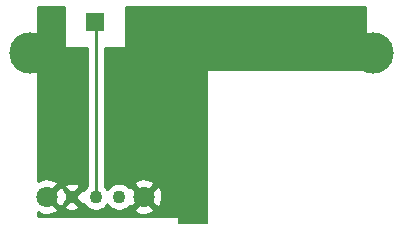
<source format=gtl>
G04 #@! TF.GenerationSoftware,KiCad,Pcbnew,(5.1.0)-1*
G04 #@! TF.CreationDate,2019-09-23T14:02:08-04:00*
G04 #@! TF.ProjectId,RGBMount,5247424d-6f75-46e7-942e-6b696361645f,rev?*
G04 #@! TF.SameCoordinates,Original*
G04 #@! TF.FileFunction,Copper,L1,Top*
G04 #@! TF.FilePolarity,Positive*
%FSLAX46Y46*%
G04 Gerber Fmt 4.6, Leading zero omitted, Abs format (unit mm)*
G04 Created by KiCad (PCBNEW (5.1.0)-1) date 2019-09-23 14:02:08*
%MOMM*%
%LPD*%
G04 APERTURE LIST*
%ADD10C,3.500000*%
%ADD11R,1.650000X1.650000*%
%ADD12C,1.100000*%
%ADD13C,1.800000*%
%ADD14C,0.800000*%
%ADD15C,0.250000*%
%ADD16C,0.025400*%
%ADD17C,0.254000*%
G04 APERTURE END LIST*
D10*
X100000000Y-98500000D03*
X129000000Y-98500000D03*
D11*
X105500000Y-95900000D03*
D12*
X103530000Y-110700000D03*
X105530000Y-110700000D03*
X107530000Y-110700000D03*
D13*
X109630000Y-110700000D03*
X101430000Y-110700000D03*
D14*
X119000000Y-96000000D03*
X122000000Y-96000000D03*
X125000000Y-96000000D03*
X102000000Y-101000000D03*
X102000000Y-103000000D03*
X102000000Y-105000000D03*
D15*
X105530000Y-110700000D02*
X105530000Y-96000000D01*
D16*
G36*
X128962301Y-99962300D02*
G01*
X115001847Y-99962300D01*
X115000000Y-99962118D01*
X114998153Y-99962300D01*
X114992610Y-99962846D01*
X114985503Y-99965002D01*
X114978954Y-99968502D01*
X114973213Y-99973213D01*
X114968502Y-99978954D01*
X114965002Y-99985503D01*
X114962846Y-99992610D01*
X114962118Y-100000000D01*
X114962301Y-100001858D01*
X114962300Y-112962300D01*
X112512700Y-112962300D01*
X112512700Y-97512700D01*
X128962301Y-97512700D01*
X128962301Y-99962300D01*
X128962301Y-99962300D01*
G37*
X128962301Y-99962300D02*
X115001847Y-99962300D01*
X115000000Y-99962118D01*
X114998153Y-99962300D01*
X114992610Y-99962846D01*
X114985503Y-99965002D01*
X114978954Y-99968502D01*
X114973213Y-99973213D01*
X114968502Y-99978954D01*
X114965002Y-99985503D01*
X114962846Y-99992610D01*
X114962118Y-100000000D01*
X114962301Y-100001858D01*
X114962300Y-112962300D01*
X112512700Y-112962300D01*
X112512700Y-97512700D01*
X128962301Y-97512700D01*
X128962301Y-99962300D01*
D17*
G36*
X102873000Y-98000000D02*
G01*
X102875440Y-98024776D01*
X102882667Y-98048601D01*
X102894403Y-98070557D01*
X102910197Y-98089803D01*
X102929443Y-98105597D01*
X102951399Y-98117333D01*
X102975224Y-98124560D01*
X103000000Y-98127000D01*
X104770001Y-98127000D01*
X104770000Y-109784156D01*
X104609550Y-109944606D01*
X104508013Y-110096567D01*
X104343979Y-110065626D01*
X103709605Y-110700000D01*
X104343979Y-111334374D01*
X104508013Y-111303433D01*
X104609550Y-111455394D01*
X104774606Y-111620450D01*
X104968692Y-111750134D01*
X105184348Y-111839461D01*
X105413288Y-111885000D01*
X105646712Y-111885000D01*
X105875652Y-111839461D01*
X106091308Y-111750134D01*
X106285394Y-111620450D01*
X106450450Y-111455394D01*
X106530000Y-111336339D01*
X106609550Y-111455394D01*
X106774606Y-111620450D01*
X106968692Y-111750134D01*
X107184348Y-111839461D01*
X107413288Y-111885000D01*
X107646712Y-111885000D01*
X107875652Y-111839461D01*
X108057639Y-111764080D01*
X108745525Y-111764080D01*
X108829208Y-112018261D01*
X109101775Y-112149158D01*
X109394642Y-112224365D01*
X109696553Y-112240991D01*
X109995907Y-112198397D01*
X110281199Y-112098222D01*
X110430792Y-112018261D01*
X110514475Y-111764080D01*
X109630000Y-110879605D01*
X108745525Y-111764080D01*
X108057639Y-111764080D01*
X108091308Y-111750134D01*
X108285394Y-111620450D01*
X108381940Y-111523904D01*
X108565920Y-111584475D01*
X109450395Y-110700000D01*
X109809605Y-110700000D01*
X110694080Y-111584475D01*
X110948261Y-111500792D01*
X111079158Y-111228225D01*
X111154365Y-110935358D01*
X111170991Y-110633447D01*
X111128397Y-110334093D01*
X111028222Y-110048801D01*
X110948261Y-109899208D01*
X110694080Y-109815525D01*
X109809605Y-110700000D01*
X109450395Y-110700000D01*
X108565920Y-109815525D01*
X108381940Y-109876096D01*
X108285394Y-109779550D01*
X108091308Y-109649866D01*
X108057640Y-109635920D01*
X108745525Y-109635920D01*
X109630000Y-110520395D01*
X110514475Y-109635920D01*
X110430792Y-109381739D01*
X110158225Y-109250842D01*
X109865358Y-109175635D01*
X109563447Y-109159009D01*
X109264093Y-109201603D01*
X108978801Y-109301778D01*
X108829208Y-109381739D01*
X108745525Y-109635920D01*
X108057640Y-109635920D01*
X107875652Y-109560539D01*
X107646712Y-109515000D01*
X107413288Y-109515000D01*
X107184348Y-109560539D01*
X106968692Y-109649866D01*
X106774606Y-109779550D01*
X106609550Y-109944606D01*
X106530000Y-110063661D01*
X106450450Y-109944606D01*
X106290000Y-109784156D01*
X106290000Y-98127000D01*
X108000000Y-98127000D01*
X108024776Y-98124560D01*
X108048601Y-98117333D01*
X108070557Y-98105597D01*
X108089803Y-98089803D01*
X108105597Y-98070557D01*
X108117333Y-98048601D01*
X108124560Y-98024776D01*
X108127000Y-98000000D01*
X108127000Y-94660000D01*
X128340000Y-94660000D01*
X128340001Y-99340000D01*
X115032419Y-99340000D01*
X115000000Y-99336807D01*
X114967581Y-99340000D01*
X114870617Y-99349550D01*
X114746207Y-99387290D01*
X114631550Y-99448575D01*
X114531052Y-99531052D01*
X114448575Y-99631550D01*
X114387290Y-99746207D01*
X114349550Y-99870617D01*
X114336807Y-100000000D01*
X114340001Y-100032429D01*
X114340000Y-112340000D01*
X100660000Y-112340000D01*
X100660000Y-112033048D01*
X100901775Y-112149158D01*
X101194642Y-112224365D01*
X101496553Y-112240991D01*
X101795907Y-112198397D01*
X102081199Y-112098222D01*
X102230792Y-112018261D01*
X102314475Y-111764080D01*
X101430000Y-110879605D01*
X101415858Y-110893748D01*
X101236253Y-110714143D01*
X101250395Y-110700000D01*
X101609605Y-110700000D01*
X102494080Y-111584475D01*
X102708206Y-111513979D01*
X102895626Y-111513979D01*
X102936841Y-111732478D01*
X103149665Y-111828359D01*
X103377105Y-111880878D01*
X103610421Y-111888016D01*
X103840646Y-111849500D01*
X104058934Y-111766808D01*
X104123159Y-111732478D01*
X104164374Y-111513979D01*
X103530000Y-110879605D01*
X102895626Y-111513979D01*
X102708206Y-111513979D01*
X102748261Y-111500792D01*
X102879158Y-111228225D01*
X102898849Y-111151546D01*
X103350395Y-110700000D01*
X102898044Y-110247649D01*
X102828222Y-110048801D01*
X102748261Y-109899208D01*
X102708207Y-109886021D01*
X102895626Y-109886021D01*
X103530000Y-110520395D01*
X104164374Y-109886021D01*
X104123159Y-109667522D01*
X103910335Y-109571641D01*
X103682895Y-109519122D01*
X103449579Y-109511984D01*
X103219354Y-109550500D01*
X103001066Y-109633192D01*
X102936841Y-109667522D01*
X102895626Y-109886021D01*
X102708207Y-109886021D01*
X102494080Y-109815525D01*
X101609605Y-110700000D01*
X101250395Y-110700000D01*
X101236253Y-110685858D01*
X101415858Y-110506253D01*
X101430000Y-110520395D01*
X102314475Y-109635920D01*
X102230792Y-109381739D01*
X101958225Y-109250842D01*
X101665358Y-109175635D01*
X101363447Y-109159009D01*
X101064093Y-109201603D01*
X100778801Y-109301778D01*
X100660000Y-109365280D01*
X100660000Y-94660000D01*
X102873000Y-94660000D01*
X102873000Y-98000000D01*
X102873000Y-98000000D01*
G37*
X102873000Y-98000000D02*
X102875440Y-98024776D01*
X102882667Y-98048601D01*
X102894403Y-98070557D01*
X102910197Y-98089803D01*
X102929443Y-98105597D01*
X102951399Y-98117333D01*
X102975224Y-98124560D01*
X103000000Y-98127000D01*
X104770001Y-98127000D01*
X104770000Y-109784156D01*
X104609550Y-109944606D01*
X104508013Y-110096567D01*
X104343979Y-110065626D01*
X103709605Y-110700000D01*
X104343979Y-111334374D01*
X104508013Y-111303433D01*
X104609550Y-111455394D01*
X104774606Y-111620450D01*
X104968692Y-111750134D01*
X105184348Y-111839461D01*
X105413288Y-111885000D01*
X105646712Y-111885000D01*
X105875652Y-111839461D01*
X106091308Y-111750134D01*
X106285394Y-111620450D01*
X106450450Y-111455394D01*
X106530000Y-111336339D01*
X106609550Y-111455394D01*
X106774606Y-111620450D01*
X106968692Y-111750134D01*
X107184348Y-111839461D01*
X107413288Y-111885000D01*
X107646712Y-111885000D01*
X107875652Y-111839461D01*
X108057639Y-111764080D01*
X108745525Y-111764080D01*
X108829208Y-112018261D01*
X109101775Y-112149158D01*
X109394642Y-112224365D01*
X109696553Y-112240991D01*
X109995907Y-112198397D01*
X110281199Y-112098222D01*
X110430792Y-112018261D01*
X110514475Y-111764080D01*
X109630000Y-110879605D01*
X108745525Y-111764080D01*
X108057639Y-111764080D01*
X108091308Y-111750134D01*
X108285394Y-111620450D01*
X108381940Y-111523904D01*
X108565920Y-111584475D01*
X109450395Y-110700000D01*
X109809605Y-110700000D01*
X110694080Y-111584475D01*
X110948261Y-111500792D01*
X111079158Y-111228225D01*
X111154365Y-110935358D01*
X111170991Y-110633447D01*
X111128397Y-110334093D01*
X111028222Y-110048801D01*
X110948261Y-109899208D01*
X110694080Y-109815525D01*
X109809605Y-110700000D01*
X109450395Y-110700000D01*
X108565920Y-109815525D01*
X108381940Y-109876096D01*
X108285394Y-109779550D01*
X108091308Y-109649866D01*
X108057640Y-109635920D01*
X108745525Y-109635920D01*
X109630000Y-110520395D01*
X110514475Y-109635920D01*
X110430792Y-109381739D01*
X110158225Y-109250842D01*
X109865358Y-109175635D01*
X109563447Y-109159009D01*
X109264093Y-109201603D01*
X108978801Y-109301778D01*
X108829208Y-109381739D01*
X108745525Y-109635920D01*
X108057640Y-109635920D01*
X107875652Y-109560539D01*
X107646712Y-109515000D01*
X107413288Y-109515000D01*
X107184348Y-109560539D01*
X106968692Y-109649866D01*
X106774606Y-109779550D01*
X106609550Y-109944606D01*
X106530000Y-110063661D01*
X106450450Y-109944606D01*
X106290000Y-109784156D01*
X106290000Y-98127000D01*
X108000000Y-98127000D01*
X108024776Y-98124560D01*
X108048601Y-98117333D01*
X108070557Y-98105597D01*
X108089803Y-98089803D01*
X108105597Y-98070557D01*
X108117333Y-98048601D01*
X108124560Y-98024776D01*
X108127000Y-98000000D01*
X108127000Y-94660000D01*
X128340000Y-94660000D01*
X128340001Y-99340000D01*
X115032419Y-99340000D01*
X115000000Y-99336807D01*
X114967581Y-99340000D01*
X114870617Y-99349550D01*
X114746207Y-99387290D01*
X114631550Y-99448575D01*
X114531052Y-99531052D01*
X114448575Y-99631550D01*
X114387290Y-99746207D01*
X114349550Y-99870617D01*
X114336807Y-100000000D01*
X114340001Y-100032429D01*
X114340000Y-112340000D01*
X100660000Y-112340000D01*
X100660000Y-112033048D01*
X100901775Y-112149158D01*
X101194642Y-112224365D01*
X101496553Y-112240991D01*
X101795907Y-112198397D01*
X102081199Y-112098222D01*
X102230792Y-112018261D01*
X102314475Y-111764080D01*
X101430000Y-110879605D01*
X101415858Y-110893748D01*
X101236253Y-110714143D01*
X101250395Y-110700000D01*
X101609605Y-110700000D01*
X102494080Y-111584475D01*
X102708206Y-111513979D01*
X102895626Y-111513979D01*
X102936841Y-111732478D01*
X103149665Y-111828359D01*
X103377105Y-111880878D01*
X103610421Y-111888016D01*
X103840646Y-111849500D01*
X104058934Y-111766808D01*
X104123159Y-111732478D01*
X104164374Y-111513979D01*
X103530000Y-110879605D01*
X102895626Y-111513979D01*
X102708206Y-111513979D01*
X102748261Y-111500792D01*
X102879158Y-111228225D01*
X102898849Y-111151546D01*
X103350395Y-110700000D01*
X102898044Y-110247649D01*
X102828222Y-110048801D01*
X102748261Y-109899208D01*
X102708207Y-109886021D01*
X102895626Y-109886021D01*
X103530000Y-110520395D01*
X104164374Y-109886021D01*
X104123159Y-109667522D01*
X103910335Y-109571641D01*
X103682895Y-109519122D01*
X103449579Y-109511984D01*
X103219354Y-109550500D01*
X103001066Y-109633192D01*
X102936841Y-109667522D01*
X102895626Y-109886021D01*
X102708207Y-109886021D01*
X102494080Y-109815525D01*
X101609605Y-110700000D01*
X101250395Y-110700000D01*
X101236253Y-110685858D01*
X101415858Y-110506253D01*
X101430000Y-110520395D01*
X102314475Y-109635920D01*
X102230792Y-109381739D01*
X101958225Y-109250842D01*
X101665358Y-109175635D01*
X101363447Y-109159009D01*
X101064093Y-109201603D01*
X100778801Y-109301778D01*
X100660000Y-109365280D01*
X100660000Y-94660000D01*
X102873000Y-94660000D01*
X102873000Y-98000000D01*
M02*

</source>
